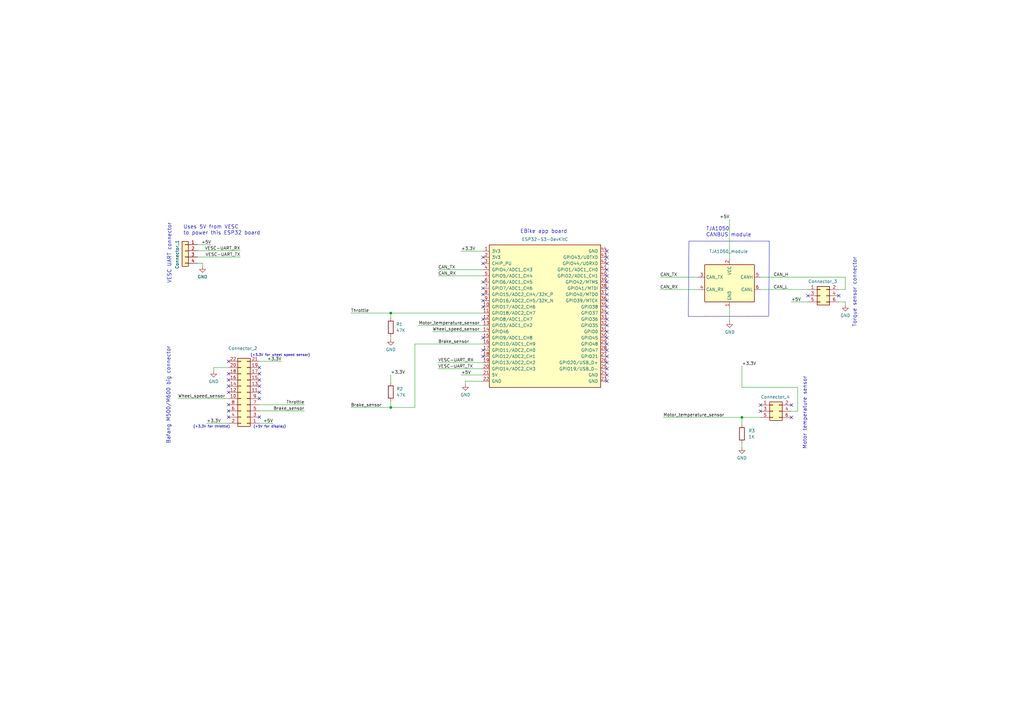
<source format=kicad_sch>
(kicad_sch (version 20230121) (generator eeschema)
  (paper "A3")
  (lib_symbols
    (symbol "Connector_Generic:Conn_01x04" (pin_names (offset 1.016) hide)
      (property "Reference" "J" (at 0 5.08 0))
      (property "Value" "Conn_01x04" (at 0 -7.62 0))
      (symbol "Conn_01x04_1_1"
        (rectangle (start -1.27 -4.953) (end 0 -5.207) (stroke (width 0.1524)))
        (rectangle (start -1.27 -2.413) (end 0 -2.667) (stroke (width 0.1524)))
        (rectangle (start -1.27 0.127) (end 0 -0.127) (stroke (width 0.1524)))
        (rectangle (start -1.27 2.667) (end 0 2.413) (stroke (width 0.1524)))
        (rectangle (start -1.27 3.81) (end 1.27 -6.35) (stroke (width 0.254)) (fill (type background)))
        (pin passive line (at -5.08 2.54 0) (length 3.81) (name "Pin_1") (number "1"))
        (pin passive line (at -5.08 0 0) (length 3.81) (name "Pin_2") (number "2"))
        (pin passive line (at -5.08 -2.54 0) (length 3.81) (name "Pin_3") (number "3"))
        (pin passive line (at -5.08 -5.08 0) (length 3.81) (name "Pin_4") (number "4"))
      )
    )
    (symbol "Connector_Generic:Conn_02x03_Odd_Even" (pin_names (offset 1.016) hide)
      (property "Reference" "J" (at 1.27 5.08 0))
      (property "Value" "Conn_02x03_Odd_Even" (at 1.27 -5.08 0))
      (symbol "Conn_02x03_Odd_Even_1_1"
        (rectangle (start -1.27 -2.413) (end 0 -2.667) (stroke (width 0.1524)))
        (rectangle (start -1.27 0.127) (end 0 -0.127) (stroke (width 0.1524)))
        (rectangle (start -1.27 2.667) (end 0 2.413) (stroke (width 0.1524)))
        (rectangle (start -1.27 3.81) (end 3.81 -3.81) (stroke (width 0.254)) (fill (type background)))
        (rectangle (start 3.81 -2.413) (end 2.54 -2.667) (stroke (width 0.1524)))
        (rectangle (start 3.81 0.127) (end 2.54 -0.127) (stroke (width 0.1524)))
        (rectangle (start 3.81 2.667) (end 2.54 2.413) (stroke (width 0.1524)))
        (pin passive line (at -5.08 2.54 0) (length 3.81) (name "Pin_1") (number "1"))
        (pin passive line (at 7.62 2.54 180) (length 3.81) (name "Pin_2") (number "2"))
        (pin passive line (at -5.08 0 0) (length 3.81) (name "Pin_3") (number "3"))
        (pin passive line (at 7.62 0 180) (length 3.81) (name "Pin_4") (number "4"))
        (pin passive line (at -5.08 -2.54 0) (length 3.81) (name "Pin_5") (number "5"))
        (pin passive line (at 7.62 -2.54 180) (length 3.81) (name "Pin_6") (number "6"))
      )
    )
    (symbol "Connector_Generic:Conn_02x11_Odd_Even" (pin_names (offset 1.016) hide)
      (property "Reference" "J" (at 1.27 15.24 0))
      (property "Value" "Conn_02x11_Odd_Even" (at 1.27 -15.24 0))
      (symbol "Conn_02x11_Odd_Even_1_1"
        (rectangle (start -1.27 -12.573) (end 0 -12.827) (stroke (width 0.1524)))
        (rectangle (start -1.27 -10.033) (end 0 -10.287) (stroke (width 0.1524)))
        (rectangle (start -1.27 -7.493) (end 0 -7.747) (stroke (width 0.1524)))
        (rectangle (start -1.27 -4.953) (end 0 -5.207) (stroke (width 0.1524)))
        (rectangle (start -1.27 -2.413) (end 0 -2.667) (stroke (width 0.1524)))
        (rectangle (start -1.27 0.127) (end 0 -0.127) (stroke (width 0.1524)))
        (rectangle (start -1.27 2.667) (end 0 2.413) (stroke (width 0.1524)))
        (rectangle (start -1.27 5.207) (end 0 4.953) (stroke (width 0.1524)))
        (rectangle (start -1.27 7.747) (end 0 7.493) (stroke (width 0.1524)))
        (rectangle (start -1.27 10.287) (end 0 10.033) (stroke (width 0.1524)))
        (rectangle (start -1.27 12.827) (end 0 12.573) (stroke (width 0.1524)))
        (rectangle (start -1.27 13.97) (end 3.81 -13.97) (stroke (width 0.254)) (fill (type background)))
        (rectangle (start 3.81 -12.573) (end 2.54 -12.827) (stroke (width 0.1524)))
        (rectangle (start 3.81 -10.033) (end 2.54 -10.287) (stroke (width 0.1524)))
        (rectangle (start 3.81 -7.493) (end 2.54 -7.747) (stroke (width 0.1524)))
        (rectangle (start 3.81 -4.953) (end 2.54 -5.207) (stroke (width 0.1524)))
        (rectangle (start 3.81 -2.413) (end 2.54 -2.667) (stroke (width 0.1524)))
        (rectangle (start 3.81 0.127) (end 2.54 -0.127) (stroke (width 0.1524)))
        (rectangle (start 3.81 2.667) (end 2.54 2.413) (stroke (width 0.1524)))
        (rectangle (start 3.81 5.207) (end 2.54 4.953) (stroke (width 0.1524)))
        (rectangle (start 3.81 7.747) (end 2.54 7.493) (stroke (width 0.1524)))
        (rectangle (start 3.81 10.287) (end 2.54 10.033) (stroke (width 0.1524)))
        (rectangle (start 3.81 12.827) (end 2.54 12.573) (stroke (width 0.1524)))
        (pin passive line (at -5.08 12.7 0) (length 3.81) (name "Pin_1") (number "1"))
        (pin passive line (at 7.62 2.54 180) (length 3.81) (name "Pin_10") (number "10"))
        (pin passive line (at -5.08 0 0) (length 3.81) (name "Pin_11") (number "11"))
        (pin passive line (at 7.62 0 180) (length 3.81) (name "Pin_12") (number "12"))
        (pin passive line (at -5.08 -2.54 0) (length 3.81) (name "Pin_13") (number "13"))
        (pin passive line (at 7.62 -2.54 180) (length 3.81) (name "Pin_14") (number "14"))
        (pin passive line (at -5.08 -5.08 0) (length 3.81) (name "Pin_15") (number "15"))
        (pin passive line (at 7.62 -5.08 180) (length 3.81) (name "Pin_16") (number "16"))
        (pin passive line (at -5.08 -7.62 0) (length 3.81) (name "Pin_17") (number "17"))
        (pin passive line (at 7.62 -7.62 180) (length 3.81) (name "Pin_18") (number "18"))
        (pin passive line (at -5.08 -10.16 0) (length 3.81) (name "Pin_19") (number "19"))
        (pin passive line (at 7.62 12.7 180) (length 3.81) (name "Pin_2") (number "2"))
        (pin passive line (at 7.62 -10.16 180) (length 3.81) (name "Pin_20") (number "20"))
        (pin passive line (at -5.08 -12.7 0) (length 3.81) (name "Pin_21") (number "21"))
        (pin passive line (at 7.62 -12.7 180) (length 3.81) (name "Pin_22") (number "22"))
        (pin passive line (at -5.08 10.16 0) (length 3.81) (name "Pin_3") (number "3"))
        (pin passive line (at 7.62 10.16 180) (length 3.81) (name "Pin_4") (number "4"))
        (pin passive line (at -5.08 7.62 0) (length 3.81) (name "Pin_5") (number "5"))
        (pin passive line (at 7.62 7.62 180) (length 3.81) (name "Pin_6") (number "6"))
        (pin passive line (at -5.08 5.08 0) (length 3.81) (name "Pin_7") (number "7"))
        (pin passive line (at 7.62 5.08 180) (length 3.81) (name "Pin_8") (number "8"))
        (pin passive line (at -5.08 2.54 0) (length 3.81) (name "Pin_9") (number "9"))
      )
    )
    (symbol "Device:R" (pin_numbers hide) (pin_names (offset 0))
      (property "Reference" "R" (at 2.032 0 90))
      (property "Value" "R" (at 0 0 90))
      (symbol "R_0_1"
        (rectangle (start -1.016 -2.54) (end 1.016 2.54) (stroke (width 0.254)))
      )
      (symbol "R_1_1"
        (pin passive line (at 0 3.81 270) (length 1.27) (name "~") (number "1"))
        (pin passive line (at 0 -3.81 90) (length 1.27) (name "~") (number "2"))
      )
    )
    (symbol "Espressif:ESP32-S3-DevKitC" (pin_names (offset 1.016))
      (property "Reference" "U" (at -22.86 33.02 0))
      (property "Value" "ESP32-S3-DevKitC" (at -22.86 30.48 0))
      (symbol "ESP32-S3-DevKitC_0_0"
        (pin bidirectional line (at -25.4 -7.62 0) (length 2.54) (name "GPIO46") (number "14"))
        (pin bidirectional line (at -25.4 -20.32 0) (length 2.54) (name "GPIO13/ADC2_CH2") (number "19"))
        (pin power_in line (at -25.4 22.86 0) (length 2.54) (name "3V3") (number "2"))
        (pin bidirectional line (at 25.4 12.7 180) (length 2.54) (name "GPIO42/MTMS") (number "39"))
        (pin bidirectional line (at 25.4 15.24 180) (length 2.54) (name "GPIO2/ADC1_CH1") (number "40"))
        (pin bidirectional line (at 25.4 17.78 180) (length 2.54) (name "GPIO1/ADC1_CH0") (number "41"))
        (pin bidirectional line (at 25.4 20.32 180) (length 2.54) (name "GPIO44/U0RXD") (number "42"))
        (pin bidirectional line (at 25.4 22.86 180) (length 2.54) (name "GPIO43/U0TXD") (number "43"))
        (pin power_in line (at 25.4 25.4 180) (length 2.54) (name "GND") (number "44"))
      )
      (symbol "ESP32-S3-DevKitC_0_1"
        (rectangle (start -22.86 27.94) (end 22.86 -30.48) (stroke (width 0.254)) (fill (type background)))
      )
      (symbol "ESP32-S3-DevKitC_1_1"
        (pin power_in line (at -25.4 25.4 0) (length 2.54) (name "3V3") (number "1"))
        (pin bidirectional line (at -25.4 2.54 0) (length 2.54) (name "GPIO17/ADC2_CH6") (number "10"))
        (pin bidirectional line (at -25.4 0 0) (length 2.54) (name "GPIO18/ADC2_CH7") (number "11"))
        (pin bidirectional line (at -25.4 -2.54 0) (length 2.54) (name "GPIO8/ADC1_CH7") (number "12"))
        (pin bidirectional line (at -25.4 -5.08 0) (length 2.54) (name "GPIO3/ADC1_CH2") (number "13"))
        (pin bidirectional line (at -25.4 -10.16 0) (length 2.54) (name "GPIO9/ADC1_CH8") (number "15"))
        (pin bidirectional line (at -25.4 -12.7 0) (length 2.54) (name "GPIO10/ADC1_CH9") (number "16"))
        (pin bidirectional line (at -25.4 -15.24 0) (length 2.54) (name "GPIO11/ADC2_CH0") (number "17"))
        (pin bidirectional line (at -25.4 -17.78 0) (length 2.54) (name "GPIO12/ADC2_CH1") (number "18"))
        (pin bidirectional line (at -25.4 -22.86 0) (length 2.54) (name "GPIO14/ADC2_CH3") (number "20"))
        (pin power_in line (at -25.4 -25.4 0) (length 2.54) (name "5V") (number "21"))
        (pin power_in line (at -25.4 -27.94 0) (length 2.54) (name "GND") (number "22"))
        (pin power_in line (at 25.4 -27.94 180) (length 2.54) (name "GND") (number "23"))
        (pin power_in line (at 25.4 -25.4 180) (length 2.54) (name "GND") (number "24"))
        (pin bidirectional line (at 25.4 -22.86 180) (length 2.54) (name "GPIO19/USB_D-") (number "25"))
        (pin bidirectional line (at 25.4 -20.32 180) (length 2.54) (name "GPIO20/USB_D+") (number "26"))
        (pin bidirectional line (at 25.4 -17.78 180) (length 2.54) (name "GPIO21") (number "27"))
        (pin bidirectional line (at 25.4 -15.24 180) (length 2.54) (name "GPIO47") (number "28"))
        (pin bidirectional line (at 25.4 -12.7 180) (length 2.54) (name "GPIO48") (number "29"))
        (pin input line (at -25.4 20.32 0) (length 2.54) (name "CHIP_PU") (number "3"))
        (pin bidirectional line (at 25.4 -10.16 180) (length 2.54) (name "GPIO45") (number "30"))
        (pin bidirectional line (at 25.4 -7.62 180) (length 2.54) (name "GPIO0") (number "31"))
        (pin bidirectional line (at 25.4 -5.08 180) (length 2.54) (name "GPIO35") (number "32"))
        (pin bidirectional line (at 25.4 -2.54 180) (length 2.54) (name "GPIO36") (number "33"))
        (pin bidirectional line (at 25.4 0 180) (length 2.54) (name "GPIO37") (number "34"))
        (pin bidirectional line (at 25.4 2.54 180) (length 2.54) (name "GPIO38") (number "35"))
        (pin bidirectional line (at 25.4 5.08 180) (length 2.54) (name "GPIO39/MTCK") (number "36"))
        (pin bidirectional line (at 25.4 7.62 180) (length 2.54) (name "GPIO40/MTDO") (number "37"))
        (pin bidirectional line (at 25.4 10.16 180) (length 2.54) (name "GPIO41/MTDI") (number "38"))
        (pin bidirectional line (at -25.4 17.78 0) (length 2.54) (name "GPIO4/ADC1_CH3") (number "4"))
        (pin bidirectional line (at -25.4 15.24 0) (length 2.54) (name "GPIO5/ADC1_CH4") (number "5"))
        (pin bidirectional line (at -25.4 12.7 0) (length 2.54) (name "GPIO6/ADC1_CH5") (number "6"))
        (pin bidirectional line (at -25.4 10.16 0) (length 2.54) (name "GPIO7/ADC1_CH6") (number "7"))
        (pin bidirectional line (at -25.4 7.62 0) (length 2.54) (name "GPIO15/ADC2_CH4/32K_P") (number "8"))
        (pin bidirectional line (at -25.4 5.08 0) (length 2.54) (name "GPIO16/ADC2_CH5/32K_N") (number "9"))
      )
    )
    (symbol "TJA1050:TJA1050_module"
      (property "Reference" "U" (at -10.16 8.89 0))
      (property "Value" "TJA1050_module" (at 2.54 8.89 0))
      (symbol "TJA1050_module_0_1"
        (rectangle (start -10.16 7.62) (end 10.16 -7.62) (stroke (width 0.254)) (fill (type background)))
      )
      (symbol "TJA1050_module_1_1"
        (pin power_in line (at 0 -10.16 90) (length 2.54) (name "GND") (number "1"))
        (pin power_in line (at 0 10.16 270) (length 2.54) (name "VCC") (number "2"))
        (pin input line (at -12.7 2.54 0) (length 2.54) (name "CAN_TX") (number "3"))
        (pin output line (at -12.7 -2.54 0) (length 2.54) (name "CAN_RX") (number "4"))
        (pin bidirectional line (at 12.7 2.54 180) (length 2.54) (name "CANH") (number "5"))
        (pin bidirectional line (at 12.7 -2.54 180) (length 2.54) (name "CANL") (number "6"))
      )
    )
    (symbol "power:GND" (power) (pin_names (offset 0))
      (property "Value" "GND" (at 0 -3.81 0))
      (symbol "GND_0_1"
        (polyline (pts (xy 0 0) (xy 0 -1.27) (xy 1.27 -1.27) (xy 0 -2.54) (xy -1.27 -1.27) (xy 0 -1.27)))
      )
      (symbol "GND_1_1"
        (pin power_in line (at 0 0 270) (length 0) hide (name "GND") (number "1"))
      )
    )
  )
  (junction (at 304.292 171.196))
  (junction (at 160.274 167.132))
  (junction (at 160.274 128.397))
  (no_connect (at 311.912 166.116))
  (no_connect (at 106.426 163.449))
  (no_connect (at 106.426 160.909))
  (no_connect (at 106.426 158.369))
  (no_connect (at 106.426 171.069))
  (no_connect (at 198.12 115.697))
  (no_connect (at 93.726 171.069))
  (no_connect (at 198.12 138.557))
  (no_connect (at 248.92 113.157))
  (no_connect (at 198.12 105.537))
  (no_connect (at 198.12 108.077))
  (no_connect (at 198.12 120.777))
  (no_connect (at 198.12 123.317))
  (no_connect (at 198.12 125.857))
  (no_connect (at 198.12 130.937))
  (no_connect (at 248.92 110.617))
  (no_connect (at 248.92 102.997))
  (no_connect (at 248.92 105.537))
  (no_connect (at 248.92 108.077))
  (no_connect (at 248.92 156.337))
  (no_connect (at 248.92 148.717))
  (no_connect (at 248.92 151.257))
  (no_connect (at 248.92 153.797))
  (no_connect (at 248.92 123.317))
  (no_connect (at 248.92 125.857))
  (no_connect (at 248.92 128.397))
  (no_connect (at 248.92 130.937))
  (no_connect (at 248.92 133.477))
  (no_connect (at 248.92 136.017))
  (no_connect (at 248.92 138.557))
  (no_connect (at 248.92 141.097))
  (no_connect (at 248.92 143.637))
  (no_connect (at 248.92 146.177))
  (no_connect (at 248.92 115.697))
  (no_connect (at 248.92 118.237))
  (no_connect (at 248.92 120.777))
  (no_connect (at 198.12 118.237))
  (no_connect (at 331.343 121.285))
  (no_connect (at 344.043 121.285))
  (no_connect (at 93.726 168.529))
  (no_connect (at 198.12 146.177))
  (no_connect (at 93.726 148.209))
  (no_connect (at 93.726 153.289))
  (no_connect (at 106.426 153.289))
  (no_connect (at 106.426 150.749))
  (no_connect (at 106.426 155.829))
  (no_connect (at 93.726 155.829))
  (no_connect (at 93.726 165.989))
  (no_connect (at 93.726 160.909))
  (no_connect (at 93.726 158.369))
  (no_connect (at 324.612 166.116))
  (no_connect (at 324.612 171.196))
  (no_connect (at 311.912 168.656))
  (no_connect (at 198.12 143.637))
  (wire (pts (xy 160.274 167.132) (xy 170.18 167.132)))
  (wire (pts (xy 346.71 123.825) (xy 346.71 125.095)))
  (wire (pts (xy 304.292 181.737) (xy 304.292 183.515)))
  (wire (pts (xy 160.274 156.972) (xy 160.274 153.67)))
  (wire (pts (xy 311.912 171.196) (xy 304.292 171.196)))
  (polyline (pts (xy 282.575 98.8822) (xy 282.321 129.794)))
  (wire (pts (xy 299.212 126.365) (xy 299.212 131.826)))
  (wire (pts (xy 160.274 128.397) (xy 160.274 130.429)))
  (wire (pts (xy 106.426 148.209) (xy 115.443 148.209)))
  (wire (pts (xy 81.026 102.87) (xy 98.552 102.87)))
  (wire (pts (xy 160.274 128.397) (xy 198.12 128.397)))
  (wire (pts (xy 198.12 153.797) (xy 189.103 153.797)))
  (wire (pts (xy 344.043 123.825) (xy 346.71 123.825)))
  (wire (pts (xy 87.63 150.749) (xy 87.63 152.146)))
  (wire (pts (xy 73.025 163.449) (xy 93.726 163.449)))
  (wire (pts (xy 171.704 133.477) (xy 198.12 133.477)))
  (polyline (pts (xy 282.575 98.8822) (xy 315.5188 98.8822)))
  (wire (pts (xy 179.705 113.157) (xy 198.12 113.157)))
  (wire (pts (xy 346.71 113.665) (xy 346.71 118.745)))
  (wire (pts (xy 170.18 141.097) (xy 198.12 141.097)))
  (wire (pts (xy 179.705 151.257) (xy 198.12 151.257)))
  (wire (pts (xy 177.419 136.017) (xy 198.12 136.017)))
  (wire (pts (xy 179.705 148.717) (xy 198.12 148.717)))
  (wire (pts (xy 304.292 158.877) (xy 327.152 158.877)))
  (wire (pts (xy 179.705 110.617) (xy 198.12 110.617)))
  (wire (pts (xy 190.881 156.337) (xy 190.881 157.607)))
  (wire (pts (xy 81.026 100.33) (xy 86.614 100.33)))
  (wire (pts (xy 346.71 118.745) (xy 344.043 118.745)))
  (wire (pts (xy 327.152 158.877) (xy 327.152 168.656)))
  (wire (pts (xy 143.891 128.397) (xy 160.274 128.397)))
  (wire (pts (xy 327.152 168.656) (xy 324.612 168.656)))
  (wire (pts (xy 170.18 141.097) (xy 170.18 167.132)))
  (wire (pts (xy 143.891 167.132) (xy 160.274 167.132)))
  (wire (pts (xy 198.12 156.337) (xy 190.881 156.337)))
  (wire (pts (xy 304.292 171.196) (xy 304.292 174.117)))
  (wire (pts (xy 270.764 118.745) (xy 286.512 118.745)))
  (wire (pts (xy 304.292 171.196) (xy 272.034 171.196)))
  (wire (pts (xy 299.212 106.045) (xy 299.212 89.916)))
  (polyline (pts (xy 315.341 129.7432) (xy 282.321 129.794)))
  (wire (pts (xy 93.726 150.749) (xy 87.63 150.749)))
  (wire (pts (xy 83.058 107.95) (xy 83.058 109.22)))
  (wire (pts (xy 124.841 165.989) (xy 106.426 165.989)))
  (wire (pts (xy 324.485 123.825) (xy 331.343 123.825)))
  (wire (pts (xy 93.726 173.609) (xy 84.709 173.609)))
  (wire (pts (xy 106.426 173.609) (xy 112.014 173.609)))
  (wire (pts (xy 81.026 105.41) (xy 98.552 105.41)))
  (wire (pts (xy 311.912 113.665) (xy 346.71 113.665)))
  (wire (pts (xy 160.274 138.049) (xy 160.274 139.065)))
  (polyline (pts (xy 315.5188 98.8822) (xy 315.3156 129.3876)))
  (wire (pts (xy 311.912 118.745) (xy 331.343 118.745)))
  (wire (pts (xy 160.274 164.592) (xy 160.274 167.132)))
  (wire (pts (xy 81.026 107.95) (xy 83.058 107.95)))
  (wire (pts (xy 198.12 102.997) (xy 189.103 102.997)))
  (wire (pts (xy 270.764 113.665) (xy 286.512 113.665)))
  (wire (pts (xy 304.292 150.114) (xy 304.292 158.877)))
  (wire (pts (xy 124.841 168.529) (xy 106.426 168.529)))
  (text "(+3.3V for wheel speed sensor)" (at 127.254 146.304 0) (effects (font (size 1 1)) (justify right bottom)))
  (text "TJA1050\nCANBUS module" (at 289.56 97.282 0) (effects (font (size 1.524 1.524)) (justify left bottom)))
  (text "EBike app board" (at 213.36 95.885 0) (effects (font (size 1.524 1.524)) (justify left bottom)))
  (text "Torque sensor connector" (at 351.409 134.239 90) (effects (font (size 1.524 1.524)) (justify left bottom)))
  (text "VESC UART connector" (at 70.358 116.332 90) (effects (font (size 1.524 1.524)) (justify left bottom)))
  (text "(+3.3V for throttle)" (at 94.361 175.641 0) (effects (font (size 1 1)) (justify right bottom)))
  (text "Bafang M500/M600 big connector" (at 69.977 141.986 90) (effects (font (size 1.524 1.524)) (justify right bottom)))
  (text "(+5V for display)" (at 117.348 175.641 0) (effects (font (size 1 1)) (justify right bottom)))
  (text "Uses 5V from VESC\nto power this ESP32 board" (at 75.184 96.52 0) (effects (font (size 1.524 1.524)) (justify left bottom)))
  (text "Motor temperature sensor" (at 330.962 154.305 90) (effects (font (size 1.524 1.524)) (justify right bottom)))
  (label "VESC-UART_TX" (at 98.552 105.41 180))
  (label "Throttle" (at 124.841 165.989 180))
  (label "Wheel_speed_sensor" (at 73.025 163.449 0))
  (label "CAN_L" (at 317.246 118.745 0))
  (label "Motor_temperature_sensor" (at 171.704 133.477 0))
  (label "VESC-UART_TX" (at 179.705 151.257 0))
  (label "+3.3V" (at 160.274 153.67 0))
  (label "+5V" (at 324.485 123.825 0))
  (label "+5V" (at 189.103 153.797 0))
  (label "+3.3V" (at 84.709 173.609 0))
  (label "+3.3V" (at 189.103 102.997 0))
  (label "+5V" (at 86.614 100.33 180))
  (label "+5V" (at 299.212 89.916 180))
  (label "CAN_RX" (at 179.705 113.157 0))
  (label "Brake_sensor" (at 124.841 168.529 180))
  (label "CAN_H" (at 317.246 113.665 0))
  (label "VESC-UART_RX" (at 98.552 102.87 180))
  (label "Throttle" (at 143.891 128.397 0))
  (label "CAN_TX" (at 179.705 110.617 0))
  (label "CAN_TX" (at 270.764 113.665 0))
  (label "Brake_sensor" (at 179.705 141.097 0))
  (label "CAN_RX" (at 270.764 118.745 0))
  (label "+5V" (at 112.014 173.609 180))
  (label "+3.3V" (at 304.292 150.114 0))
  (label "VESC-UART_RX" (at 179.705 148.717 0))
  (label "+3.3V" (at 115.443 148.209 180))
  (label "Motor_temperature_sensor" (at 272.034 171.196 0))
  (label "Brake_sensor" (at 143.891 167.132 0))
  (label "Wheel_speed_sensor" (at 177.419 136.017 0))
  (symbol (lib_id "Device:R") (at 160.274 160.782 0) (unit 1)
    (property "Reference" "R2" (at 162.56 159.5119 0) (effects (justify left)))
    (property "Value" "47K" (at 162.56 162.0519 0) (effects (justify left)))
  )
  (symbol (lib_id "power:GND") (at 160.274 139.065 0) (unit 1)
    (property "Reference" "#PWR?" (effects hide))
    (property "Value" "GND" (at 160.274 143.383 0))
  )
  (symbol (lib_id "power:GND") (at 304.292 183.515 0) (unit 1)
    (property "Reference" "#PWR07" (effects hide))
    (property "Value" "GND" (at 304.292 187.833 0))
  )
  (symbol (lib_id "Connector_Generic:Conn_01x04") (at 75.946 102.87 0) (mirror y) (unit 1)
    (property "Reference" "J3" (effects hide))
    (property "Value" "Connector_1" (at 72.644 104.394 90))
  )
  (symbol (lib_id "Connector_Generic:Conn_02x11_Odd_Even") (at 101.346 160.909 180) (unit 1)
    (property "Reference" "Connector_2" (at 99.568 142.875 0))
    (property "Value" "Conn_02x11_Odd_Even" (effects hide))
  )
  (symbol (lib_id "Device:R") (at 304.292 177.927 0) (unit 1)
    (property "Reference" "R3" (at 306.959 176.6569 0) (effects (justify left)))
    (property "Value" "1K" (at 306.959 179.1969 0) (effects (justify left)))
  )
  (symbol (lib_id "Connector_Generic:Conn_02x03_Odd_Even") (at 316.992 168.656 0) (unit 1)
    (property "Reference" "Connector_4" (at 318.008 162.814 0))
    (property "Value" "Conn_02x03_Odd_Even" (effects hide))
  )
  (symbol (lib_id "power:GND") (at 299.212 131.826 0) (unit 1)
    (property "Reference" "#PWR03" (effects hide))
    (property "Value" "GND" (at 299.339 136.2202 0))
  )
  (symbol (lib_id "TJA1050:TJA1050_module") (at 299.212 116.205 0) (unit 1)
    (property "Reference" "U2" (effects hide))
    (property "Value" "TJA1050_module" (at 290.83 103.124 0) (effects (justify left)))
  )
  (symbol (lib_id "power:GND") (at 83.058 109.22 0) (unit 1)
    (property "Reference" "#PWR05" (effects hide))
    (property "Value" "GND" (at 83.058 113.538 0))
  )
  (symbol (lib_id "Connector_Generic:Conn_02x03_Odd_Even") (at 336.423 121.285 0) (unit 1)
    (property "Reference" "Connector_3" (at 337.439 115.443 0))
    (property "Value" "Conn_02x03_Odd_Even" (effects hide))
  )
  (symbol (lib_id "Device:R") (at 160.274 134.239 0) (unit 1)
    (property "Reference" "R1" (at 162.433 132.9689 0) (effects (justify left)))
    (property "Value" "47K" (at 162.433 135.5089 0) (effects (justify left)))
  )
  (symbol (lib_id "Espressif:ESP32-S3-DevKitC") (at 223.52 128.397 0) (unit 1)
    (property "Reference" "U1" (effects hide))
    (property "Value" "ESP32-S3-DevKitC" (at 223.52 98.171 0))
    (property "Footprint" "Espressif:ESP32-S3-DevKitC" (effects hide))
  )
  (symbol (lib_id "power:GND") (at 190.881 157.607 0) (unit 1)
    (property "Reference" "#PWR06" (effects hide))
    (property "Value" "GND" (at 190.881 161.925 0))
  )
  (symbol (lib_id "power:GND") (at 87.63 152.146 0) (unit 1)
    (property "Reference" "#PWR01" (effects hide))
    (property "Value" "GND" (at 87.63 156.464 0))
  )
  (symbol (lib_id "power:GND") (at 346.71 125.095 0) (mirror y) (unit 1)
    (property "Reference" "#PWR09" (effects hide))
    (property "Value" "GND" (at 346.71 129.413 0))
  )
)
</source>
